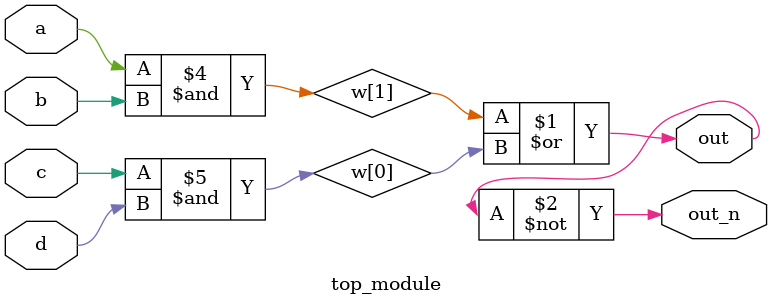
<source format=v>
`default_nettype none
module top_module(
    input a,
    input b,
    input c,
    input d,
    output out,
    output out_n   );
    wire w[1:0];
    and g1(w[1],a,b);
    and g2(w[0],c,d);
    or g3(out,w[1],w[0]);
    not g4(out_n,out);
endmodule

</source>
